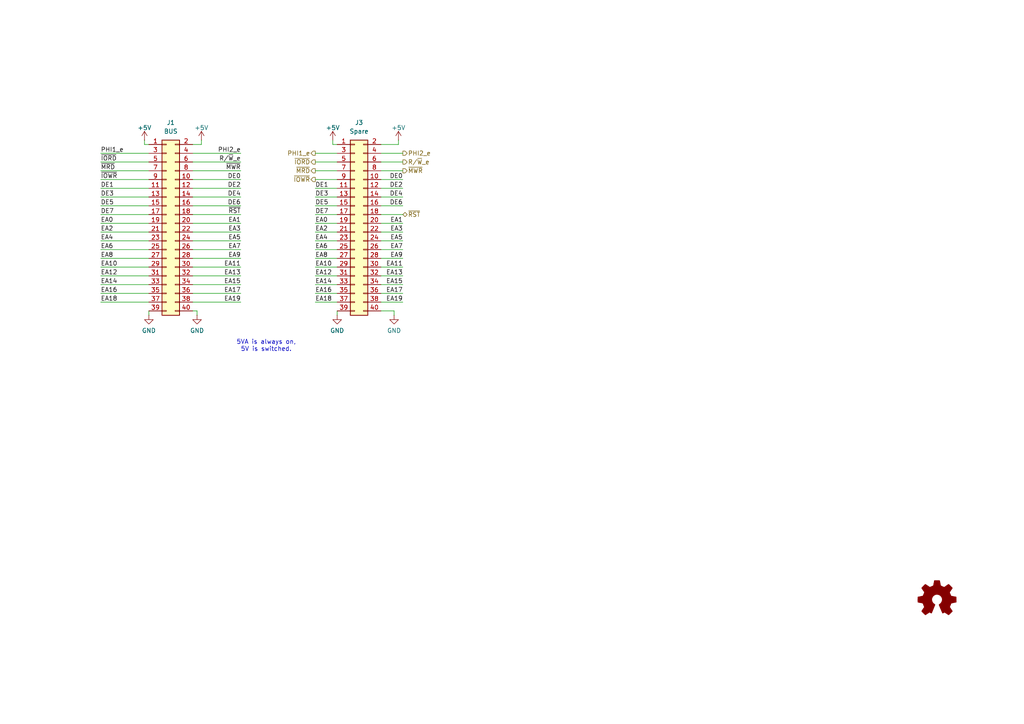
<source format=kicad_sch>
(kicad_sch (version 20231120) (generator "eeschema") (generator_version "8.0")
  (paper "A4")
  (title_block (title "Unicomp v3 - Mezzanine Board") (date "2024-12-16") (rev "v1.0") (company "100% Offner") (comment 1 "v1.0: Initial"))
  (lib_symbols
    (symbol "Connector_Generic:Conn_02x20_Odd_Even" (pin_names (offset 1.016) hide)
      (property "Reference" "J" (at 1.27 25.4 0))
      (property "Value" "Conn_02x20_Odd_Even" (at 1.27 -27.94 0))
      (symbol "Conn_02x20_Odd_Even_1_1"
        (rectangle (start -1.27 -25.273) (end 0 -25.527) (stroke (width 0.1524)))
        (rectangle (start -1.27 -22.733) (end 0 -22.987) (stroke (width 0.1524)))
        (rectangle (start -1.27 -20.193) (end 0 -20.447) (stroke (width 0.1524)))
        (rectangle (start -1.27 -17.653) (end 0 -17.907) (stroke (width 0.1524)))
        (rectangle (start -1.27 -15.113) (end 0 -15.367) (stroke (width 0.1524)))
        (rectangle (start -1.27 -12.573) (end 0 -12.827) (stroke (width 0.1524)))
        (rectangle (start -1.27 -10.033) (end 0 -10.287) (stroke (width 0.1524)))
        (rectangle (start -1.27 -7.493) (end 0 -7.747) (stroke (width 0.1524)))
        (rectangle (start -1.27 -4.953) (end 0 -5.207) (stroke (width 0.1524)))
        (rectangle (start -1.27 -2.413) (end 0 -2.667) (stroke (width 0.1524)))
        (rectangle (start -1.27 0.127) (end 0 -0.127) (stroke (width 0.1524)))
        (rectangle (start -1.27 2.667) (end 0 2.413) (stroke (width 0.1524)))
        (rectangle (start -1.27 5.207) (end 0 4.953) (stroke (width 0.1524)))
        (rectangle (start -1.27 7.747) (end 0 7.493) (stroke (width 0.1524)))
        (rectangle (start -1.27 10.287) (end 0 10.033) (stroke (width 0.1524)))
        (rectangle (start -1.27 12.827) (end 0 12.573) (stroke (width 0.1524)))
        (rectangle (start -1.27 15.367) (end 0 15.113) (stroke (width 0.1524)))
        (rectangle (start -1.27 17.907) (end 0 17.653) (stroke (width 0.1524)))
        (rectangle (start -1.27 20.447) (end 0 20.193) (stroke (width 0.1524)))
        (rectangle (start -1.27 22.987) (end 0 22.733) (stroke (width 0.1524)))
        (rectangle (start -1.27 24.13) (end 3.81 -26.67) (stroke (width 0.254)) (fill (type background)))
        (rectangle (start 3.81 -25.273) (end 2.54 -25.527) (stroke (width 0.1524)))
        (rectangle (start 3.81 -22.733) (end 2.54 -22.987) (stroke (width 0.1524)))
        (rectangle (start 3.81 -20.193) (end 2.54 -20.447) (stroke (width 0.1524)))
        (rectangle (start 3.81 -17.653) (end 2.54 -17.907) (stroke (width 0.1524)))
        (rectangle (start 3.81 -15.113) (end 2.54 -15.367) (stroke (width 0.1524)))
        (rectangle (start 3.81 -12.573) (end 2.54 -12.827) (stroke (width 0.1524)))
        (rectangle (start 3.81 -10.033) (end 2.54 -10.287) (stroke (width 0.1524)))
        (rectangle (start 3.81 -7.493) (end 2.54 -7.747) (stroke (width 0.1524)))
        (rectangle (start 3.81 -4.953) (end 2.54 -5.207) (stroke (width 0.1524)))
        (rectangle (start 3.81 -2.413) (end 2.54 -2.667) (stroke (width 0.1524)))
        (rectangle (start 3.81 0.127) (end 2.54 -0.127) (stroke (width 0.1524)))
        (rectangle (start 3.81 2.667) (end 2.54 2.413) (stroke (width 0.1524)))
        (rectangle (start 3.81 5.207) (end 2.54 4.953) (stroke (width 0.1524)))
        (rectangle (start 3.81 7.747) (end 2.54 7.493) (stroke (width 0.1524)))
        (rectangle (start 3.81 10.287) (end 2.54 10.033) (stroke (width 0.1524)))
        (rectangle (start 3.81 12.827) (end 2.54 12.573) (stroke (width 0.1524)))
        (rectangle (start 3.81 15.367) (end 2.54 15.113) (stroke (width 0.1524)))
        (rectangle (start 3.81 17.907) (end 2.54 17.653) (stroke (width 0.1524)))
        (rectangle (start 3.81 20.447) (end 2.54 20.193) (stroke (width 0.1524)))
        (rectangle (start 3.81 22.987) (end 2.54 22.733) (stroke (width 0.1524)))
        (pin passive line (at -5.08 22.86 0) (length 3.81) (name "Pin_1") (number "1"))
        (pin passive line (at 7.62 12.7 180) (length 3.81) (name "Pin_10") (number "10"))
        (pin passive line (at -5.08 10.16 0) (length 3.81) (name "Pin_11") (number "11"))
        (pin passive line (at 7.62 10.16 180) (length 3.81) (name "Pin_12") (number "12"))
        (pin passive line (at -5.08 7.62 0) (length 3.81) (name "Pin_13") (number "13"))
        (pin passive line (at 7.62 7.62 180) (length 3.81) (name "Pin_14") (number "14"))
        (pin passive line (at -5.08 5.08 0) (length 3.81) (name "Pin_15") (number "15"))
        (pin passive line (at 7.62 5.08 180) (length 3.81) (name "Pin_16") (number "16"))
        (pin passive line (at -5.08 2.54 0) (length 3.81) (name "Pin_17") (number "17"))
        (pin passive line (at 7.62 2.54 180) (length 3.81) (name "Pin_18") (number "18"))
        (pin passive line (at -5.08 0 0) (length 3.81) (name "Pin_19") (number "19"))
        (pin passive line (at 7.62 22.86 180) (length 3.81) (name "Pin_2") (number "2"))
        (pin passive line (at 7.62 0 180) (length 3.81) (name "Pin_20") (number "20"))
        (pin passive line (at -5.08 -2.54 0) (length 3.81) (name "Pin_21") (number "21"))
        (pin passive line (at 7.62 -2.54 180) (length 3.81) (name "Pin_22") (number "22"))
        (pin passive line (at -5.08 -5.08 0) (length 3.81) (name "Pin_23") (number "23"))
        (pin passive line (at 7.62 -5.08 180) (length 3.81) (name "Pin_24") (number "24"))
        (pin passive line (at -5.08 -7.62 0) (length 3.81) (name "Pin_25") (number "25"))
        (pin passive line (at 7.62 -7.62 180) (length 3.81) (name "Pin_26") (number "26"))
        (pin passive line (at -5.08 -10.16 0) (length 3.81) (name "Pin_27") (number "27"))
        (pin passive line (at 7.62 -10.16 180) (length 3.81) (name "Pin_28") (number "28"))
        (pin passive line (at -5.08 -12.7 0) (length 3.81) (name "Pin_29") (number "29"))
        (pin passive line (at -5.08 20.32 0) (length 3.81) (name "Pin_3") (number "3"))
        (pin passive line (at 7.62 -12.7 180) (length 3.81) (name "Pin_30") (number "30"))
        (pin passive line (at -5.08 -15.24 0) (length 3.81) (name "Pin_31") (number "31"))
        (pin passive line (at 7.62 -15.24 180) (length 3.81) (name "Pin_32") (number "32"))
        (pin passive line (at -5.08 -17.78 0) (length 3.81) (name "Pin_33") (number "33"))
        (pin passive line (at 7.62 -17.78 180) (length 3.81) (name "Pin_34") (number "34"))
        (pin passive line (at -5.08 -20.32 0) (length 3.81) (name "Pin_35") (number "35"))
        (pin passive line (at 7.62 -20.32 180) (length 3.81) (name "Pin_36") (number "36"))
        (pin passive line (at -5.08 -22.86 0) (length 3.81) (name "Pin_37") (number "37"))
        (pin passive line (at 7.62 -22.86 180) (length 3.81) (name "Pin_38") (number "38"))
        (pin passive line (at -5.08 -25.4 0) (length 3.81) (name "Pin_39") (number "39"))
        (pin passive line (at 7.62 20.32 180) (length 3.81) (name "Pin_4") (number "4"))
        (pin passive line (at 7.62 -25.4 180) (length 3.81) (name "Pin_40") (number "40"))
        (pin passive line (at -5.08 17.78 0) (length 3.81) (name "Pin_5") (number "5"))
        (pin passive line (at 7.62 17.78 180) (length 3.81) (name "Pin_6") (number "6"))
        (pin passive line (at -5.08 15.24 0) (length 3.81) (name "Pin_7") (number "7"))
        (pin passive line (at 7.62 15.24 180) (length 3.81) (name "Pin_8") (number "8"))
        (pin passive line (at -5.08 12.7 0) (length 3.81) (name "Pin_9") (number "9"))
      )
    )
    (symbol "Graphic:Logo_Open_Hardware_Small" (in_bom no) (on_board no)
      (symbol "Logo_Open_Hardware_Small_0_1"
        (polyline (pts (xy 3.3528 -4.3434) (xy 3.302 -4.318) (xy 3.175 -4.2418) (xy 2.9972 -4.1148) (xy 2.7686 -3.9624) (xy 2.54 -3.81) (xy 2.3622 -3.7084) (xy 2.2352 -3.6068) (xy 2.1844 -3.5814) (xy 2.159 -3.6068) (xy 2.0574 -3.6576) (xy 1.905 -3.7338) (xy 1.8034 -3.7846) (xy 1.6764 -3.8354) (xy 1.6002 -3.8354) (xy 1.6002 -3.8354) (xy 1.5494 -3.7338) (xy 1.4732 -3.5306) (xy 1.3462 -3.302) (xy 1.2446 -3.0226) (xy 1.1176 -2.7178) (xy 0.9652 -2.413) (xy 0.8636 -2.1082) (xy 0.7366 -1.8288) (xy 0.6604 -1.6256) (xy 0.6096 -1.4732) (xy 0.5842 -1.397) (xy 0.5842 -1.397) (xy 0.6604 -1.3208) (xy 0.7874 -1.2446) (xy 1.0414 -1.016) (xy 1.2954 -0.6858) (xy 1.4478 -0.3302) (xy 1.524 0.0762) (xy 1.4732 0.4572) (xy 1.3208 0.8128) (xy 1.0668 1.143) (xy 0.762 1.3716) (xy 0.4064 1.524) (xy 0 1.5748) (xy -0.381 1.5494) (xy -0.7366 1.397) (xy -1.0668 1.143) (xy -1.2192 0.9906) (xy -1.397 0.6604) (xy -1.524 0.3048) (xy -1.524 0.2286) (xy -1.4986 -0.1778) (xy -1.397 -0.5334) (xy -1.1938 -0.8636) (xy -0.9144 -1.143) (xy -0.8636 -1.1684) (xy -0.7366 -1.27) (xy -0.635 -1.3462) (xy -0.5842 -1.397) (xy -1.0668 -2.5908) (xy -1.143 -2.794) (xy -1.2954 -3.1242) (xy -1.397 -3.4036) (xy -1.4986 -3.6322) (xy -1.5748 -3.7846) (xy -1.6002 -3.8354) (xy -1.6002 -3.8354) (xy -1.651 -3.8354) (xy -1.7272 -3.81) (xy -1.905 -3.7338) (xy -2.0066 -3.683) (xy -2.1336 -3.6068) (xy -2.2098 -3.5814) (xy -2.2606 -3.6068) (xy -2.3622 -3.683) (xy -2.54 -3.81) (xy -2.7686 -3.9624) (xy -2.9718 -4.0894) (xy -3.1496 -4.2164) (xy -3.302 -4.318) (xy -3.3528 -4.3434) (xy -3.3782 -4.3434) (xy -3.429 -4.318) (xy -3.5306 -4.2164) (xy -3.7084 -4.064) (xy -3.937 -3.8354) (xy -3.9624 -3.81) (xy -4.1656 -3.6068) (xy -4.318 -3.4544) (xy -4.4196 -3.3274) (xy -4.445 -3.2766) (xy -4.445 -3.2766) (xy -4.4196 -3.2258) (xy -4.318 -3.0734) (xy -4.2164 -2.8956) (xy -4.064 -2.667) (xy -3.6576 -2.0828) (xy -3.8862 -1.5494) (xy -3.937 -1.3716) (xy -4.0386 -1.1684) (xy -4.0894 -1.0414) (xy -4.1148 -0.9652) (xy -4.191 -0.9398) (xy -4.318 -0.9144) (xy -4.5466 -0.8636) (xy -4.8006 -0.8128) (xy -5.0546 -0.7874) (xy -5.2578 -0.7366) (xy -5.4356 -0.7112) (xy -5.5118 -0.6858) (xy -5.5118 -0.6858) (xy -5.5372 -0.635) (xy -5.5372 -0.5588) (xy -5.5372 -0.4318) (xy -5.5626 -0.2286) (xy -5.5626 0.0762) (xy -5.5626 0.127) (xy -5.5372 0.4064) (xy -5.5372 0.635) (xy -5.5372 0.762) (xy -5.5372 0.8382) (xy -5.5372 0.8382) (xy -5.461 0.8382) (xy -5.3086 0.889) (xy -5.08 0.9144) (xy -4.826 0.9652) (xy -4.8006 0.9906) (xy -4.5466 1.0414) (xy -4.318 1.0668) (xy -4.1656 1.1176) (xy -4.0894 1.143) (xy -4.0894 1.143) (xy -4.0386 1.2446) (xy -3.9624 1.4224) (xy -3.8608 1.6256) (xy -3.7846 1.8288) (xy -3.7084 2.0066) (xy -3.6576 2.159) (xy -3.6322 2.2098) (xy -3.6322 2.2098) (xy -3.683 2.286) (xy -3.7592 2.413) (xy -3.8862 2.5908) (xy -4.064 2.8194) (xy -4.064 2.8448) (xy -4.2164 3.0734) (xy -4.3434 3.2512) (xy -4.4196 3.3782) (xy -4.445 3.4544) (xy -4.445 3.4544) (xy -4.3942 3.5052) (xy -4.2926 3.6322) (xy -4.1148 3.81) (xy -3.937 4.0132) (xy -3.8608 4.064) (xy -3.6576 4.2926) (xy -3.5052 4.4196) (xy -3.4036 4.4958) (xy -3.3528 4.5212) (xy -3.3528 4.5212) (xy -3.302 4.4704) (xy -3.1496 4.3688) (xy -2.9718 4.2418) (xy -2.7432 4.0894) (xy -2.7178 4.0894) (xy -2.4892 3.937) (xy -2.3114 3.81) (xy -2.1844 3.7084) (xy -2.1336 3.683) (xy -2.1082 3.683) (xy -2.032 3.7084) (xy -1.8542 3.7592) (xy -1.6764 3.8354) (xy -1.4732 3.937) (xy -1.27 4.0132) (xy -1.143 4.064) (xy -1.0668 4.1148) (xy -1.0668 4.1148) (xy -1.0414 4.191) (xy -1.016 4.3434) (xy -0.9652 4.572) (xy -0.9144 4.8514) (xy -0.889 4.9022) (xy -0.8382 5.1562) (xy -0.8128 5.3848) (xy -0.7874 5.5372) (xy -0.762 5.588) (xy -0.7112 5.6134) (xy -0.5842 5.6134) (xy -0.4064 5.6134) (xy -0.1524 5.6134) (xy 0.0762 5.6134) (xy 0.3302 5.6134) (xy 0.5334 5.6134) (xy 0.6858 5.588) (xy 0.7366 5.588) (xy 0.7366 5.588) (xy 0.762 5.5118) (xy 0.8128 5.334) (xy 0.8382 5.1054) (xy 0.9144 4.826) (xy 0.9144 4.7752) (xy 0.9652 4.5212) (xy 1.016 4.2926) (xy 1.0414 4.1402) (xy 1.0668 4.0894) (xy 1.0668 4.0894) (xy 1.1938 4.0386) (xy 1.3716 3.9624) (xy 1.5748 3.8608) (xy 2.0828 3.6576) (xy 2.7178 4.0894) (xy 2.7686 4.1402) (xy 2.9972 4.2926) (xy 3.175 4.4196) (xy 3.302 4.4958) (xy 3.3782 4.5212) (xy 3.3782 4.5212) (xy 3.429 4.4704) (xy 3.556 4.3434) (xy 3.7338 4.191) (xy 3.9116 3.9878) (xy 4.064 3.8354) (xy 4.2418 3.6576) (xy 4.3434 3.556) (xy 4.4196 3.4798) (xy 4.4196 3.429) (xy 4.4196 3.4036) (xy 4.3942 3.3274) (xy 4.2926 3.2004) (xy 4.1656 2.9972) (xy 4.0132 2.794) (xy 3.8862 2.5908) (xy 3.7592 2.3876) (xy 3.6576 2.2352) (xy 3.6322 2.159) (xy 3.6322 2.1336) (xy 3.683 2.0066) (xy 3.7592 1.8288) (xy 3.8608 1.6002) (xy 4.064 1.1176) (xy 4.3942 1.0414) (xy 4.5974 1.016) (xy 4.8768 0.9652) (xy 5.1308 0.9144) (xy 5.5372 0.8382) (xy 5.5626 -0.6604) (xy 5.4864 -0.6858) (xy 5.4356 -0.6858) (xy 5.2832 -0.7366) (xy 5.0546 -0.762) (xy 4.8006 -0.8128) (xy 4.5974 -0.8636) (xy 4.3688 -0.9144) (xy 4.2164 -0.9398) (xy 4.1402 -0.9398) (xy 4.1148 -0.9652) (xy 4.064 -1.0668) (xy 3.9878 -1.2446) (xy 3.9116 -1.4478) (xy 3.81 -1.651) (xy 3.7338 -1.8542) (xy 3.683 -2.0066) (xy 3.6576 -2.0828) (xy 3.683 -2.1336) (xy 3.7846 -2.2606) (xy 3.8862 -2.4638) (xy 4.0386 -2.667) (xy 4.191 -2.8956) (xy 4.318 -3.0734) (xy 4.3942 -3.2004) (xy 4.445 -3.2766) (xy 4.4196 -3.3274) (xy 4.3434 -3.429) (xy 4.1656 -3.5814) (xy 3.937 -3.8354) (xy 3.8862 -3.8608) (xy 3.683 -4.064) (xy 3.5306 -4.2164) (xy 3.4036 -4.318) (xy 3.3528 -4.3434)) (fill (type outline)))
      )
    )
    (symbol "power:+5V" (power) (pin_numbers hide) (pin_names (offset 0) hide)
      (property "Value" "+5V" (at 0 3.556 0))
      (symbol "+5V_0_1"
        (polyline (pts (xy -0.762 1.27) (xy 0 2.54)))
        (polyline (pts (xy 0 0) (xy 0 2.54)))
        (polyline (pts (xy 0 2.54) (xy 0.762 1.27)))
      )
      (symbol "+5V_1_1"
        (pin power_in line (at 0 0 90) (length 0) (name "~") (number "1"))
      )
    )
    (symbol "power:GND" (power) (pin_numbers hide) (pin_names (offset 0) hide)
      (property "Value" "GND" (at 0 -3.81 0))
      (symbol "GND_0_1"
        (polyline (pts (xy 0 0) (xy 0 -1.27) (xy 1.27 -1.27) (xy 0 -2.54) (xy -1.27 -1.27) (xy 0 -1.27)))
      )
      (symbol "GND_1_1"
        (pin power_in line (at 0 0 270) (length 0) (name "~") (number "1"))
      )
    )
  )
  (wire (pts (xy 29.21 62.23) (xy 43.18 62.23)))
  (wire (pts (xy 29.21 57.15) (xy 43.18 57.15)))
  (wire (pts (xy 115.57 40.64) (xy 115.57 41.91)))
  (wire (pts (xy 55.88 85.09) (xy 69.85 85.09)))
  (wire (pts (xy 91.44 49.53) (xy 97.79 49.53)))
  (wire (pts (xy 41.91 40.64) (xy 41.91 41.91)))
  (wire (pts (xy 29.21 52.07) (xy 43.18 52.07)))
  (wire (pts (xy 110.49 44.45) (xy 116.84 44.45)))
  (wire (pts (xy 29.21 59.69) (xy 43.18 59.69)))
  (wire (pts (xy 91.44 72.39) (xy 97.79 72.39)))
  (wire (pts (xy 91.44 69.85) (xy 97.79 69.85)))
  (wire (pts (xy 91.44 46.99) (xy 97.79 46.99)))
  (wire (pts (xy 55.88 67.31) (xy 69.85 67.31)))
  (wire (pts (xy 96.52 41.91) (xy 97.79 41.91)))
  (wire (pts (xy 55.88 57.15) (xy 69.85 57.15)))
  (wire (pts (xy 58.42 40.64) (xy 58.42 41.91)))
  (wire (pts (xy 110.49 85.09) (xy 116.84 85.09)))
  (wire (pts (xy 55.88 80.01) (xy 69.85 80.01)))
  (wire (pts (xy 41.91 41.91) (xy 43.18 41.91)))
  (wire (pts (xy 110.49 62.23) (xy 116.84 62.23)))
  (wire (pts (xy 110.49 87.63) (xy 116.84 87.63)))
  (wire (pts (xy 96.52 40.64) (xy 96.52 41.91)))
  (wire (pts (xy 97.79 91.44) (xy 97.79 90.17)))
  (wire (pts (xy 110.49 64.77) (xy 116.84 64.77)))
  (wire (pts (xy 55.88 62.23) (xy 69.85 62.23)))
  (wire (pts (xy 110.49 49.53) (xy 116.84 49.53)))
  (wire (pts (xy 29.21 64.77) (xy 43.18 64.77)))
  (wire (pts (xy 91.44 62.23) (xy 97.79 62.23)))
  (wire (pts (xy 57.15 91.44) (xy 57.15 90.17)))
  (wire (pts (xy 29.21 44.45) (xy 43.18 44.45)))
  (wire (pts (xy 110.49 67.31) (xy 116.84 67.31)))
  (wire (pts (xy 91.44 59.69) (xy 97.79 59.69)))
  (wire (pts (xy 114.3 91.44) (xy 114.3 90.17)))
  (wire (pts (xy 55.88 69.85) (xy 69.85 69.85)))
  (wire (pts (xy 91.44 82.55) (xy 97.79 82.55)))
  (wire (pts (xy 91.44 64.77) (xy 97.79 64.77)))
  (wire (pts (xy 91.44 54.61) (xy 97.79 54.61)))
  (wire (pts (xy 91.44 67.31) (xy 97.79 67.31)))
  (wire (pts (xy 91.44 85.09) (xy 97.79 85.09)))
  (wire (pts (xy 110.49 52.07) (xy 116.84 52.07)))
  (wire (pts (xy 110.49 82.55) (xy 116.84 82.55)))
  (wire (pts (xy 55.88 77.47) (xy 69.85 77.47)))
  (wire (pts (xy 114.3 90.17) (xy 110.49 90.17)))
  (wire (pts (xy 29.21 77.47) (xy 43.18 77.47)))
  (wire (pts (xy 55.88 64.77) (xy 69.85 64.77)))
  (wire (pts (xy 110.49 59.69) (xy 116.84 59.69)))
  (wire (pts (xy 58.42 41.91) (xy 55.88 41.91)))
  (wire (pts (xy 110.49 72.39) (xy 116.84 72.39)))
  (wire (pts (xy 29.21 80.01) (xy 43.18 80.01)))
  (wire (pts (xy 29.21 74.93) (xy 43.18 74.93)))
  (wire (pts (xy 110.49 80.01) (xy 116.84 80.01)))
  (wire (pts (xy 91.44 74.93) (xy 97.79 74.93)))
  (wire (pts (xy 29.21 67.31) (xy 43.18 67.31)))
  (wire (pts (xy 29.21 72.39) (xy 43.18 72.39)))
  (wire (pts (xy 110.49 46.99) (xy 116.84 46.99)))
  (wire (pts (xy 91.44 52.07) (xy 97.79 52.07)))
  (wire (pts (xy 29.21 87.63) (xy 43.18 87.63)))
  (wire (pts (xy 110.49 77.47) (xy 116.84 77.47)))
  (wire (pts (xy 55.88 72.39) (xy 69.85 72.39)))
  (wire (pts (xy 29.21 69.85) (xy 43.18 69.85)))
  (wire (pts (xy 29.21 46.99) (xy 43.18 46.99)))
  (wire (pts (xy 55.88 74.93) (xy 69.85 74.93)))
  (wire (pts (xy 57.15 90.17) (xy 55.88 90.17)))
  (wire (pts (xy 55.88 49.53) (xy 69.85 49.53)))
  (wire (pts (xy 29.21 54.61) (xy 43.18 54.61)))
  (wire (pts (xy 110.49 54.61) (xy 116.84 54.61)))
  (wire (pts (xy 55.88 46.99) (xy 69.85 46.99)))
  (wire (pts (xy 91.44 80.01) (xy 97.79 80.01)))
  (wire (pts (xy 91.44 77.47) (xy 97.79 77.47)))
  (wire (pts (xy 110.49 69.85) (xy 116.84 69.85)))
  (wire (pts (xy 110.49 74.93) (xy 116.84 74.93)))
  (wire (pts (xy 43.18 91.44) (xy 43.18 90.17)))
  (wire (pts (xy 29.21 49.53) (xy 43.18 49.53)))
  (wire (pts (xy 91.44 57.15) (xy 97.79 57.15)))
  (wire (pts (xy 29.21 85.09) (xy 43.18 85.09)))
  (wire (pts (xy 110.49 57.15) (xy 116.84 57.15)))
  (wire (pts (xy 55.88 82.55) (xy 69.85 82.55)))
  (wire (pts (xy 91.44 44.45) (xy 97.79 44.45)))
  (wire (pts (xy 115.57 41.91) (xy 110.49 41.91)))
  (wire (pts (xy 91.44 87.63) (xy 97.79 87.63)))
  (wire (pts (xy 55.88 87.63) (xy 69.85 87.63)))
  (wire (pts (xy 55.88 44.45) (xy 69.85 44.45)))
  (wire (pts (xy 29.21 82.55) (xy 43.18 82.55)))
  (wire (pts (xy 55.88 59.69) (xy 69.85 59.69)))
  (wire (pts (xy 55.88 54.61) (xy 69.85 54.61)))
  (wire (pts (xy 55.88 52.07) (xy 69.85 52.07)))
  (text "5VA is always on,\n5V is switched." (at 77.216 100.33 0) (effects (font (size 1.27 1.27))))
  (label "~{IORD}" (at 29.21 46.99 0))
  (label "EA17" (at 116.84 85.09 180))
  (label "DE7" (at 29.21 62.23 0))
  (label "PHI1_e" (at 29.21 44.45 0))
  (label "DE2" (at 69.85 54.61 180))
  (label "EA1" (at 69.85 64.77 180))
  (label "EA6" (at 29.21 72.39 0))
  (label "EA18" (at 29.21 87.63 0))
  (label "DE1" (at 29.21 54.61 0))
  (label "DE7" (at 91.44 62.23 0))
  (label "EA15" (at 69.85 82.55 180))
  (label "EA19" (at 69.85 87.63 180))
  (label "EA7" (at 69.85 72.39 180))
  (label "DE4" (at 116.84 57.15 180))
  (label "EA12" (at 29.21 80.01 0))
  (label "EA5" (at 116.84 69.85 180))
  (label "EA0" (at 91.44 64.77 0))
  (label "EA12" (at 91.44 80.01 0))
  (label "EA2" (at 29.21 67.31 0))
  (label "EA4" (at 91.44 69.85 0))
  (label "~{MWR}" (at 69.85 49.53 180))
  (label "EA5" (at 69.85 69.85 180))
  (label "EA18" (at 91.44 87.63 0))
  (label "DE0" (at 116.84 52.07 180))
  (label "EA10" (at 91.44 77.47 0))
  (label "R{slash}~{W}_e" (at 69.85 46.99 180))
  (label "DE5" (at 29.21 59.69 0))
  (label "DE0" (at 69.85 52.07 180))
  (label "~{MRD}" (at 29.21 49.53 0))
  (label "DE1" (at 91.44 54.61 0))
  (label "EA6" (at 91.44 72.39 0))
  (label "DE6" (at 116.84 59.69 180))
  (label "DE3" (at 91.44 57.15 0))
  (label "EA17" (at 69.85 85.09 180))
  (label "EA2" (at 91.44 67.31 0))
  (label "PHI2_e" (at 69.85 44.45 180))
  (label "EA9" (at 116.84 74.93 180))
  (label "EA9" (at 69.85 74.93 180))
  (label "DE6" (at 69.85 59.69 180))
  (label "~{RST}" (at 69.85 62.23 180))
  (label "DE4" (at 69.85 57.15 180))
  (label "DE5" (at 91.44 59.69 0))
  (label "EA19" (at 116.84 87.63 180))
  (label "EA4" (at 29.21 69.85 0))
  (label "EA16" (at 29.21 85.09 0))
  (label "DE2" (at 116.84 54.61 180))
  (label "EA1" (at 116.84 64.77 180))
  (label "EA13" (at 69.85 80.01 180))
  (label "EA13" (at 116.84 80.01 180))
  (label "EA10" (at 29.21 77.47 0))
  (label "DE3" (at 29.21 57.15 0))
  (label "EA8" (at 91.44 74.93 0))
  (label "EA11" (at 69.85 77.47 180))
  (label "EA0" (at 29.21 64.77 0))
  (label "EA15" (at 116.84 82.55 180))
  (label "EA8" (at 29.21 74.93 0))
  (label "EA14" (at 91.44 82.55 0))
  (label "EA3" (at 116.84 67.31 180))
  (label "EA7" (at 116.84 72.39 180))
  (label "EA16" (at 91.44 85.09 0))
  (label "EA14" (at 29.21 82.55 0))
  (label "EA11" (at 116.84 77.47 180))
  (label "EA3" (at 69.85 67.31 180))
  (label "~{IOWR}" (at 29.21 52.07 0))
  (hierarchical_label "PHI2_e" (shape output) (at 116.84 44.45 0))
  (hierarchical_label "R{slash}~{W}_e" (shape output) (at 116.84 46.99 0))
  (hierarchical_label "PHI1_e" (shape output) (at 91.44 44.45 180))
  (hierarchical_label "~{MWR}" (shape output) (at 116.84 49.53 0))
  (hierarchical_label "~{IORD}" (shape output) (at 91.44 46.99 180))
  (hierarchical_label "~{IOWR}" (shape output) (at 91.44 52.07 180))
  (hierarchical_label "~{RST}" (shape tri_state) (at 116.84 62.23 0))
  (hierarchical_label "~{MRD}" (shape output) (at 91.44 49.53 180))
  (symbol (lib_id "power:GND") (at 43.18 91.44 0) (unit 1)
    (property "Reference" "#PWR04" (effects (hide yes)))
    (property "Value" "GND" (at 43.18 95.8834 0))
    (property "Description" "Power symbol creates a global label with name \"GND\" , ground" (effects (hide yes)))
  )
  (symbol (lib_id "power:+5V") (at 41.91 40.64 0) (unit 1)
    (property "Reference" "#PWR01" (effects (hide yes)))
    (property "Value" "+5V" (at 41.91 37.0642 0))
    (property "Description" "Power symbol creates a global label with name \"+5V\"" (effects (hide yes)))
  )
  (symbol (lib_id "power:GND") (at 97.79 91.44 0) (unit 1)
    (property "Reference" "#PWR010" (effects (hide yes)))
    (property "Value" "GND" (at 97.79 95.8834 0))
    (property "Description" "Power symbol creates a global label with name \"GND\" , ground" (effects (hide yes)))
  )
  (symbol (lib_id "power:+5V") (at 58.42 40.64 0) (mirror y) (unit 1)
    (property "Reference" "#PWR06" (effects (hide yes)))
    (property "Value" "+5V" (at 58.42 37.0642 0))
    (property "Description" "Power symbol creates a global label with name \"+5V\"" (effects (hide yes)))
  )
  (symbol (lib_id "power:+5V") (at 96.52 40.64 0) (unit 1)
    (property "Reference" "#PWR07" (effects (hide yes)))
    (property "Value" "+5V" (at 96.52 37.0642 0))
    (property "Description" "Power symbol creates a global label with name \"+5V\"" (effects (hide yes)))
  )
  (symbol (lib_id "Connector_Generic:Conn_02x20_Odd_Even") (at 48.26 64.77 0) (unit 1)
    (property "Reference" "J1" (at 49.53 35.56 0))
    (property "Value" "BUS" (at 49.53 38.1 0))
    (property "Footprint" "Connector_PinSocket_2.54mm:PinSocket_2x20_P2.54mm_Vertical" (effects (hide yes)))
    (property "Description" "Generic connector, double row, 02x20, odd/even pin numbering scheme (row 1 odd numbers, row 2 even numbers), script generated (kicad-library-utils/schlib/autogen/connector/)" (effects (hide yes)))
  )
  (symbol (lib_id "power:GND") (at 114.3 91.44 0) (unit 1)
    (property "Reference" "#PWR011" (effects (hide yes)))
    (property "Value" "GND" (at 114.3 95.8834 0))
    (property "Description" "Power symbol creates a global label with name \"GND\" , ground" (effects (hide yes)))
  )
  (symbol (lib_id "power:+5V") (at 115.57 40.64 0) (mirror y) (unit 1)
    (property "Reference" "#PWR012" (effects (hide yes)))
    (property "Value" "+5V" (at 115.57 37.0642 0))
    (property "Description" "Power symbol creates a global label with name \"+5V\"" (effects (hide yes)))
  )
  (symbol (lib_id "Graphic:Logo_Open_Hardware_Small") (at 271.78 173.99 0) (unit 1) (exclude_from_sim yes) (in_bom no) (on_board no)
    (property "Reference" "#SYM1" (effects (hide yes)))
    (property "Value" "Logo_Open_Hardware_Small" (effects (hide yes)))
    (property "Description" "Open Hardware logo, small" (effects (hide yes)))
  )
  (symbol (lib_id "Connector_Generic:Conn_02x20_Odd_Even") (at 102.87 64.77 0) (unit 1)
    (property "Reference" "J3" (at 104.14 35.56 0))
    (property "Value" "Spare" (at 104.14 38.1 0))
    (property "Footprint" "Connector_PinSocket_2.54mm:PinSocket_2x20_P2.54mm_Vertical" (effects (hide yes)))
    (property "Description" "Generic connector, double row, 02x20, odd/even pin numbering scheme (row 1 odd numbers, row 2 even numbers), script generated (kicad-library-utils/schlib/autogen/connector/)" (effects (hide yes)))
  )
  (symbol (lib_id "power:GND") (at 57.15 91.44 0) (unit 1)
    (property "Reference" "#PWR05" (effects (hide yes)))
    (property "Value" "GND" (at 57.15 95.8834 0))
    (property "Description" "Power symbol creates a global label with name \"GND\" , ground" (effects (hide yes)))
  )
)
</source>
